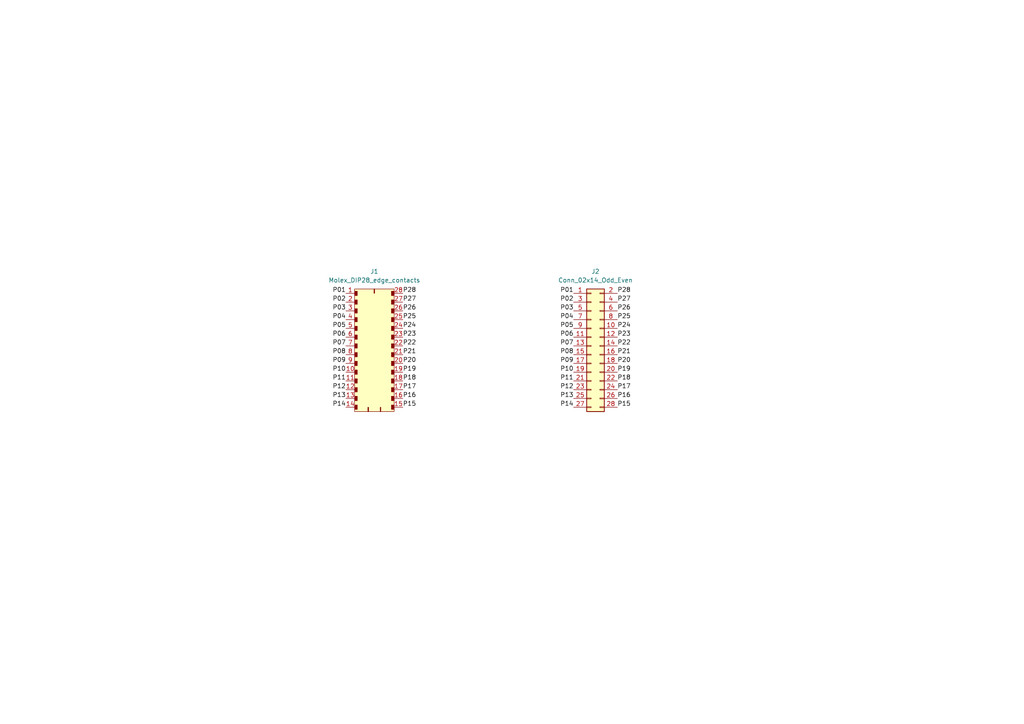
<source format=kicad_sch>
(kicad_sch (version 20231120) (generator "eeschema") (generator_version "8.0")
  (paper "A4")
  (lib_symbols
    (symbol "000_LOCAL:Molex_DIP28_edge_contacts" (pin_names (offset 1.016))
      (property "Reference" "J" (at -7.62 19.05 0))
      (property "Value" "Molex_DIP28_edge_contacts" (at 0 -19.05 0))
      (symbol "Molex_DIP28_edge_contacts_0_1"
        (rectangle (start -3.81 -17.78) (end -3.556 -16.51) (stroke (width 0.0254)) (fill (type outline)))
        (rectangle (start -2.032 17.78) (end -1.778 16.51) (stroke (width 0.0254)) (fill (type outline)))
        (rectangle (start 0 -17.78) (end -0.254 -16.51) (stroke (width 0.0254)) (fill (type outline)))
      )
      (symbol "Molex_DIP28_edge_contacts_1_1"
        (rectangle (start -7.62 -15.875) (end -6.858 -17.145) (fill (type outline)))
        (rectangle (start -7.62 -13.335) (end -6.858 -14.605) (fill (type outline)))
        (rectangle (start -7.62 -10.795) (end -6.858 -12.065) (fill (type outline)))
        (rectangle (start -7.62 -8.255) (end -6.858 -9.525) (fill (type outline)))
        (rectangle (start -7.62 -5.715) (end -6.858 -6.985) (fill (type outline)))
        (rectangle (start -7.62 -3.175) (end -6.858 -4.445) (fill (type outline)))
        (rectangle (start -7.62 -0.635) (end -6.858 -1.905) (fill (type outline)))
        (rectangle (start -7.62 1.905) (end -6.858 0.635) (fill (type outline)))
        (rectangle (start -7.62 4.445) (end -6.858 3.175) (fill (type outline)))
        (rectangle (start -7.62 6.985) (end -6.858 5.715) (fill (type outline)))
        (rectangle (start -7.62 9.525) (end -6.858 8.255) (fill (type outline)))
        (rectangle (start -7.62 12.065) (end -6.858 10.795) (fill (type outline)))
        (rectangle (start -7.62 14.605) (end -6.858 13.335) (fill (type outline)))
        (rectangle (start -7.62 17.145) (end -6.858 15.875) (fill (type outline)))
        (rectangle (start -7.62 17.78) (end 3.81 -17.78) (fill (type background)))
        (rectangle (start 3.048 -15.875) (end 3.81 -17.145) (fill (type outline)))
        (rectangle (start 3.048 -13.335) (end 3.81 -14.605) (fill (type outline)))
        (rectangle (start 3.048 -10.795) (end 3.81 -12.065) (fill (type outline)))
        (rectangle (start 3.048 -8.255) (end 3.81 -9.525) (fill (type outline)))
        (rectangle (start 3.048 -5.715) (end 3.81 -6.985) (fill (type outline)))
        (rectangle (start 3.048 -3.175) (end 3.81 -4.445) (fill (type outline)))
        (rectangle (start 3.048 -0.635) (end 3.81 -1.905) (fill (type outline)))
        (rectangle (start 3.048 1.905) (end 3.81 0.635) (fill (type outline)))
        (rectangle (start 3.048 4.445) (end 3.81 3.175) (fill (type outline)))
        (rectangle (start 3.048 6.985) (end 3.81 5.715) (fill (type outline)))
        (rectangle (start 3.048 9.525) (end 3.81 8.255) (fill (type outline)))
        (rectangle (start 3.048 12.065) (end 3.81 10.795) (fill (type outline)))
        (rectangle (start 3.048 14.605) (end 3.81 13.335) (fill (type outline)))
        (rectangle (start 3.048 17.145) (end 3.81 15.875) (fill (type outline)))
        (pin passive line (at -10.16 16.51 0) (length 2.54) (name "~") (number "1"))
        (pin passive line (at -10.16 -6.35 0) (length 2.54) (name "~") (number "10"))
        (pin passive line (at -10.16 -8.89 0) (length 2.54) (name "~") (number "11"))
        (pin passive line (at -10.16 -11.43 0) (length 2.54) (name "~") (number "12"))
        (pin passive line (at -10.16 -13.97 0) (length 2.54) (name "~") (number "13"))
        (pin passive line (at -10.16 -16.51 0) (length 2.54) (name "~") (number "14"))
        (pin passive line (at 6.35 -16.51 180) (length 2.54) (name "~") (number "15"))
        (pin passive line (at 6.35 -13.97 180) (length 2.54) (name "~") (number "16"))
        (pin passive line (at 6.35 -11.43 180) (length 2.54) (name "~") (number "17"))
        (pin passive line (at 6.35 -8.89 180) (length 2.54) (name "~") (number "18"))
        (pin passive line (at 6.35 -6.35 180) (length 2.54) (name "~") (number "19"))
        (pin passive line (at -10.16 13.97 0) (length 2.54) (name "~") (number "2"))
        (pin passive line (at 6.35 -3.81 180) (length 2.54) (name "~") (number "20"))
        (pin passive line (at 6.35 -1.27 180) (length 2.54) (name "~") (number "21"))
        (pin passive line (at 6.35 1.27 180) (length 2.54) (name "~") (number "22"))
        (pin passive line (at 6.35 3.81 180) (length 2.54) (name "~") (number "23"))
        (pin passive line (at 6.35 6.35 180) (length 2.54) (name "~") (number "24"))
        (pin passive line (at 6.35 8.89 180) (length 2.54) (name "~") (number "25"))
        (pin passive line (at 6.35 11.43 180) (length 2.54) (name "~") (number "26"))
        (pin passive line (at 6.35 13.97 180) (length 2.54) (name "~") (number "27"))
        (pin passive line (at 6.35 16.51 180) (length 2.54) (name "~") (number "28"))
        (pin passive line (at -10.16 11.43 0) (length 2.54) (name "~") (number "3"))
        (pin passive line (at -10.16 8.89 0) (length 2.54) (name "~") (number "4"))
        (pin passive line (at -10.16 6.35 0) (length 2.54) (name "~") (number "5"))
        (pin passive line (at -10.16 3.81 0) (length 2.54) (name "~") (number "6"))
        (pin passive line (at -10.16 1.27 0) (length 2.54) (name "~") (number "7"))
        (pin passive line (at -10.16 -1.27 0) (length 2.54) (name "~") (number "8"))
        (pin passive line (at -10.16 -3.81 0) (length 2.54) (name "~") (number "9"))
      )
    )
    (symbol "Connector_Generic:Conn_02x14_Odd_Even" (pin_names (offset 1.016) hide)
      (property "Reference" "J" (at 1.27 17.78 0))
      (property "Value" "Conn_02x14_Odd_Even" (at 1.27 -20.32 0))
      (symbol "Conn_02x14_Odd_Even_1_1"
        (rectangle (start -1.27 -17.653) (end 0 -17.907) (stroke (width 0.1524)))
        (rectangle (start -1.27 -15.113) (end 0 -15.367) (stroke (width 0.1524)))
        (rectangle (start -1.27 -12.573) (end 0 -12.827) (stroke (width 0.1524)))
        (rectangle (start -1.27 -10.033) (end 0 -10.287) (stroke (width 0.1524)))
        (rectangle (start -1.27 -7.493) (end 0 -7.747) (stroke (width 0.1524)))
        (rectangle (start -1.27 -4.953) (end 0 -5.207) (stroke (width 0.1524)))
        (rectangle (start -1.27 -2.413) (end 0 -2.667) (stroke (width 0.1524)))
        (rectangle (start -1.27 0.127) (end 0 -0.127) (stroke (width 0.1524)))
        (rectangle (start -1.27 2.667) (end 0 2.413) (stroke (width 0.1524)))
        (rectangle (start -1.27 5.207) (end 0 4.953) (stroke (width 0.1524)))
        (rectangle (start -1.27 7.747) (end 0 7.493) (stroke (width 0.1524)))
        (rectangle (start -1.27 10.287) (end 0 10.033) (stroke (width 0.1524)))
        (rectangle (start -1.27 12.827) (end 0 12.573) (stroke (width 0.1524)))
        (rectangle (start -1.27 15.367) (end 0 15.113) (stroke (width 0.1524)))
        (rectangle (start -1.27 16.51) (end 3.81 -19.05) (stroke (width 0.254)) (fill (type background)))
        (rectangle (start 3.81 -17.653) (end 2.54 -17.907) (stroke (width 0.1524)))
        (rectangle (start 3.81 -15.113) (end 2.54 -15.367) (stroke (width 0.1524)))
        (rectangle (start 3.81 -12.573) (end 2.54 -12.827) (stroke (width 0.1524)))
        (rectangle (start 3.81 -10.033) (end 2.54 -10.287) (stroke (width 0.1524)))
        (rectangle (start 3.81 -7.493) (end 2.54 -7.747) (stroke (width 0.1524)))
        (rectangle (start 3.81 -4.953) (end 2.54 -5.207) (stroke (width 0.1524)))
        (rectangle (start 3.81 -2.413) (end 2.54 -2.667) (stroke (width 0.1524)))
        (rectangle (start 3.81 0.127) (end 2.54 -0.127) (stroke (width 0.1524)))
        (rectangle (start 3.81 2.667) (end 2.54 2.413) (stroke (width 0.1524)))
        (rectangle (start 3.81 5.207) (end 2.54 4.953) (stroke (width 0.1524)))
        (rectangle (start 3.81 7.747) (end 2.54 7.493) (stroke (width 0.1524)))
        (rectangle (start 3.81 10.287) (end 2.54 10.033) (stroke (width 0.1524)))
        (rectangle (start 3.81 12.827) (end 2.54 12.573) (stroke (width 0.1524)))
        (rectangle (start 3.81 15.367) (end 2.54 15.113) (stroke (width 0.1524)))
        (pin passive line (at -5.08 15.24 0) (length 3.81) (name "Pin_1") (number "1"))
        (pin passive line (at 7.62 5.08 180) (length 3.81) (name "Pin_10") (number "10"))
        (pin passive line (at -5.08 2.54 0) (length 3.81) (name "Pin_11") (number "11"))
        (pin passive line (at 7.62 2.54 180) (length 3.81) (name "Pin_12") (number "12"))
        (pin passive line (at -5.08 0 0) (length 3.81) (name "Pin_13") (number "13"))
        (pin passive line (at 7.62 0 180) (length 3.81) (name "Pin_14") (number "14"))
        (pin passive line (at -5.08 -2.54 0) (length 3.81) (name "Pin_15") (number "15"))
        (pin passive line (at 7.62 -2.54 180) (length 3.81) (name "Pin_16") (number "16"))
        (pin passive line (at -5.08 -5.08 0) (length 3.81) (name "Pin_17") (number "17"))
        (pin passive line (at 7.62 -5.08 180) (length 3.81) (name "Pin_18") (number "18"))
        (pin passive line (at -5.08 -7.62 0) (length 3.81) (name "Pin_19") (number "19"))
        (pin passive line (at 7.62 15.24 180) (length 3.81) (name "Pin_2") (number "2"))
        (pin passive line (at 7.62 -7.62 180) (length 3.81) (name "Pin_20") (number "20"))
        (pin passive line (at -5.08 -10.16 0) (length 3.81) (name "Pin_21") (number "21"))
        (pin passive line (at 7.62 -10.16 180) (length 3.81) (name "Pin_22") (number "22"))
        (pin passive line (at -5.08 -12.7 0) (length 3.81) (name "Pin_23") (number "23"))
        (pin passive line (at 7.62 -12.7 180) (length 3.81) (name "Pin_24") (number "24"))
        (pin passive line (at -5.08 -15.24 0) (length 3.81) (name "Pin_25") (number "25"))
        (pin passive line (at 7.62 -15.24 180) (length 3.81) (name "Pin_26") (number "26"))
        (pin passive line (at -5.08 -17.78 0) (length 3.81) (name "Pin_27") (number "27"))
        (pin passive line (at 7.62 -17.78 180) (length 3.81) (name "Pin_28") (number "28"))
        (pin passive line (at -5.08 12.7 0) (length 3.81) (name "Pin_3") (number "3"))
        (pin passive line (at 7.62 12.7 180) (length 3.81) (name "Pin_4") (number "4"))
        (pin passive line (at -5.08 10.16 0) (length 3.81) (name "Pin_5") (number "5"))
        (pin passive line (at 7.62 10.16 180) (length 3.81) (name "Pin_6") (number "6"))
        (pin passive line (at -5.08 7.62 0) (length 3.81) (name "Pin_7") (number "7"))
        (pin passive line (at 7.62 7.62 180) (length 3.81) (name "Pin_8") (number "8"))
        (pin passive line (at -5.08 5.08 0) (length 3.81) (name "Pin_9") (number "9"))
      )
    )
  )
  (label "P28" (at 179.07 85.09 0))
  (label "P15" (at 179.07 118.11 0))
  (label "P12" (at 166.37 113.03 180))
  (label "P20" (at 179.07 105.41 0))
  (label "P06" (at 100.33 97.79 180))
  (label "P05" (at 166.37 95.25 180))
  (label "P09" (at 100.33 105.41 180))
  (label "P17" (at 179.07 113.03 0))
  (label "P10" (at 100.33 107.95 180))
  (label "P12" (at 100.33 113.03 180))
  (label "P03" (at 166.37 90.17 180))
  (label "P16" (at 179.07 115.57 0))
  (label "P24" (at 179.07 95.25 0))
  (label "P13" (at 166.37 115.57 180))
  (label "P14" (at 100.33 118.11 180))
  (label "P03" (at 100.33 90.17 180))
  (label "P25" (at 179.07 92.71 0))
  (label "P10" (at 166.37 107.95 180))
  (label "P11" (at 100.33 110.49 180))
  (label "P16" (at 116.84 115.57 0))
  (label "P05" (at 100.33 95.25 180))
  (label "P27" (at 116.84 87.63 0))
  (label "P21" (at 179.07 102.87 0))
  (label "P27" (at 179.07 87.63 0))
  (label "P21" (at 116.84 102.87 0))
  (label "P01" (at 100.33 85.09 180))
  (label "P18" (at 116.84 110.49 0))
  (label "P15" (at 116.84 118.11 0))
  (label "P19" (at 116.84 107.95 0))
  (label "P22" (at 116.84 100.33 0))
  (label "P22" (at 179.07 100.33 0))
  (label "P19" (at 179.07 107.95 0))
  (label "P14" (at 166.37 118.11 180))
  (label "P23" (at 179.07 97.79 0))
  (label "P08" (at 100.33 102.87 180))
  (label "P24" (at 116.84 95.25 0))
  (label "P06" (at 166.37 97.79 180))
  (label "P17" (at 116.84 113.03 0))
  (label "P13" (at 100.33 115.57 180))
  (label "P26" (at 179.07 90.17 0))
  (label "P18" (at 179.07 110.49 0))
  (label "P04" (at 166.37 92.71 180))
  (label "P20" (at 116.84 105.41 0))
  (label "P25" (at 116.84 92.71 0))
  (label "P02" (at 166.37 87.63 180))
  (label "P09" (at 166.37 105.41 180))
  (label "P04" (at 100.33 92.71 180))
  (label "P07" (at 166.37 100.33 180))
  (label "P07" (at 100.33 100.33 180))
  (label "P23" (at 116.84 97.79 0))
  (label "P28" (at 116.84 85.09 0))
  (label "P26" (at 116.84 90.17 0))
  (label "P01" (at 166.37 85.09 180))
  (label "P02" (at 100.33 87.63 180))
  (label "P11" (at 166.37 110.49 180))
  (label "P08" (at 166.37 102.87 180))
  (symbol (lib_id "000_LOCAL:Molex_DIP28_edge_contacts") (at 110.49 101.6 0) (unit 1)
    (property "Reference" "J1" (at 108.585 78.74 0))
    (property "Value" "Molex_DIP28_edge_contacts" (at 108.585 81.28 0))
    (property "Footprint" "000_LOCAL:Molex78802_PCB_28" (effects (hide yes)))
  )
  (symbol (lib_id "Connector_Generic:Conn_02x14_Odd_Even") (at 171.45 100.33 0) (unit 1)
    (property "Reference" "J2" (at 172.72 78.74 0))
    (property "Value" "Conn_02x14_Odd_Even" (at 172.72 81.28 0))
    (property "Footprint" "000_LOCAL:PinHeader_2x14_P2.54mm_Vertical" (effects (hide yes)))
    (property "Description" "Generic connector, double row, 02x14, odd/even pin numbering scheme (row 1 odd numbers, row 2 even numbers), script generated (kicad-library-utils/schlib/autogen/connector/)" (effects (hide yes)))
  )
)
</source>
